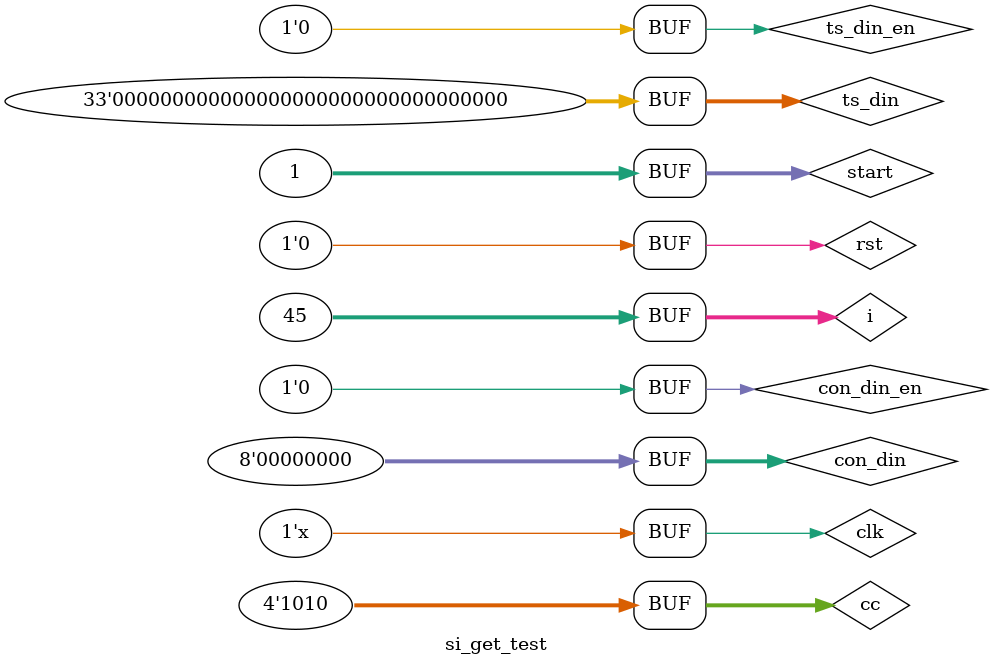
<source format=v>
`timescale 1ns / 1ps


module si_get_test;

	// Inputs
	reg clk;
	reg rst;
	reg [32:0] ts_din;
	reg ts_din_en;
	reg [7:0] con_din;
	reg con_din_en;

	// Outputs
	wire [7:0] si_dout;
	wire si_dout_en;

	// Instantiate the Unit Under Test (UUT)
	si_get uut (
		.clk(clk), 
		.rst(rst), 
		.ts_din(ts_din), 
		.ts_din_en(ts_din_en), 
		.con_din(con_din), 
		.con_din_en(con_din_en), 
		.si_dout(si_dout), 
		.si_dout_en(si_dout_en)
	);

	integer start=1;
	initial begin
		// Initialize Inputs
		clk = 0;
		rst = 0;
		ts_din = 0;
		ts_din_en = 0;
		con_din = 0;
		con_din_en = 0;
		
		#2 rst=1;
		// Wait 100 ns for global reset to finish
		#100;
		
		rst=0;
		
		#10 con_din_en=1;
		con_din=8'h01;
		#10 con_din=8'hc0;
		#10 con_din=8'h12;
		#10 con_din=8'h08;
		#10 con_din=8'h20;
		#10 con_din=8'h24;
		#10 con_din=8'h25;
		#10 con_din=8'h00;
		#10 con_din=8'h11;
		#10 con_din=8'h42;
		#10 con_din=8'h00;
		#10 con_din=8'h14;
		#10 con_din=0;
		con_din_en=0;
		
		
		#100;
		
		si_send();
		
		#100 
		ts_send();
		
		#100 start=start+1;
		si_send();
		
		#100 start=start+1;
		si_send();
		
		#100 start=start+1;
		si_send();
		
        
		// Add stimulus here

	end
	
	always #5 clk=~clk;
	integer i;
	
	task ts_send;
	begin
		
		#10 ts_din_en=1;
		ts_din=33'h100000001;
		#10 ts_din=33'h0c0120820;
		#10 ts_din=33'h000002425;
		#10 ts_din=33'h047011011;
		for(i=1;i<47;i=i+1)
		#10 ts_din=i;
		#10 ts_din=0;
			ts_din_en=0;
			
	end
	endtask
	
	reg	[3:0]cc=4'hA;
	
	task si_send;
	begin
		#10 ts_din_en=1;
		ts_din=33'h100000001;
		#10 ts_din=33'h0c0120820;
		#10 ts_din=33'h000002425;
		if(start==1)
			#10 ts_din={29'h04740111,cc};
		else	
			#10 ts_din={29'h04700111,cc};
		#10 ts_din=33'h00042F117;
		#10 ts_din=33'h00001c500;
		
		for(i=1;i<45;i=i+1)
		#10 ts_din=i;
		#10 ts_din=0;
			ts_din_en=0;
			cc=cc+1;
	end
	endtask
      
endmodule


</source>
